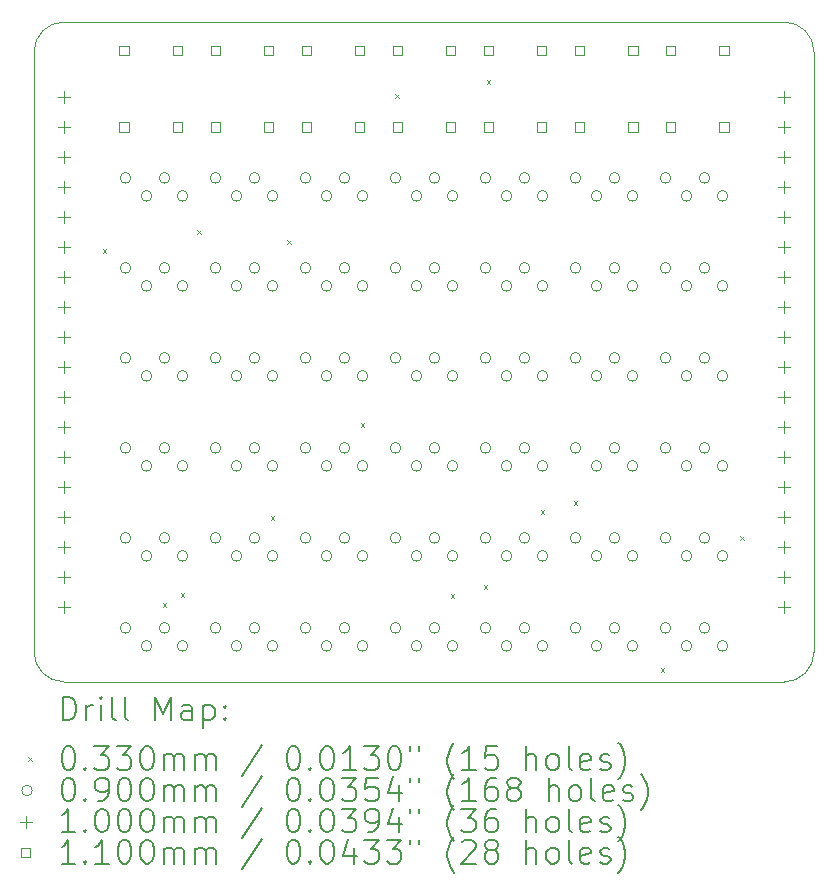
<source format=gbr>
%FSLAX45Y45*%
G04 Gerber Fmt 4.5, Leading zero omitted, Abs format (unit mm)*
G04 Created by KiCad (PCBNEW (5.99.0-9618-g5ca7a2c457)) date 2021-03-10 22:29:11*
%MOMM*%
%LPD*%
G01*
G04 APERTURE LIST*
%TA.AperFunction,Profile*%
%ADD10C,0.100000*%
%TD*%
%ADD11C,0.200000*%
%ADD12C,0.033020*%
%ADD13C,0.090000*%
%ADD14C,0.100000*%
%ADD15C,0.110000*%
G04 APERTURE END LIST*
D10*
X24892000Y-10414000D02*
G75*
G02*
X24638000Y-10668000I-254000J0D01*
G01*
X18542000Y-10668000D02*
G75*
G02*
X18288000Y-10414000I0J254000D01*
G01*
X18288000Y-5334000D02*
G75*
G02*
X18542000Y-5080000I254000J0D01*
G01*
X24892000Y-5334000D02*
G75*
G03*
X24638000Y-5080000I-254000J0D01*
G01*
X18542000Y-10668000D02*
X24638000Y-10668000D01*
X24892000Y-10414000D02*
X24892000Y-5334000D01*
X24638000Y-5080000D02*
X18542000Y-5080000D01*
X18288000Y-5334000D02*
X18288000Y-10414000D01*
D11*
D12*
X18868390Y-7006590D02*
X18901410Y-7039610D01*
X18901410Y-7006590D02*
X18868390Y-7039610D01*
X19376390Y-10003790D02*
X19409410Y-10036810D01*
X19409410Y-10003790D02*
X19376390Y-10036810D01*
X19528790Y-9918060D02*
X19561810Y-9951080D01*
X19561810Y-9918060D02*
X19528790Y-9951080D01*
X19668490Y-6841490D02*
X19701510Y-6874510D01*
X19701510Y-6841490D02*
X19668490Y-6874510D01*
X20290790Y-9267190D02*
X20323810Y-9300210D01*
X20323810Y-9267190D02*
X20290790Y-9300210D01*
X20430490Y-6930390D02*
X20463510Y-6963410D01*
X20463510Y-6930390D02*
X20430490Y-6963410D01*
X21052790Y-8479790D02*
X21085810Y-8512810D01*
X21085810Y-8479790D02*
X21052790Y-8512810D01*
X21344890Y-5688961D02*
X21377910Y-5721981D01*
X21377910Y-5688961D02*
X21344890Y-5721981D01*
X21814790Y-9927590D02*
X21847810Y-9960610D01*
X21847810Y-9927590D02*
X21814790Y-9960610D01*
X22094190Y-9848220D02*
X22127210Y-9881240D01*
X22127210Y-9848220D02*
X22094190Y-9881240D01*
X22119590Y-5571490D02*
X22152610Y-5604510D01*
X22152610Y-5571490D02*
X22119590Y-5604510D01*
X22576790Y-9216390D02*
X22609810Y-9249410D01*
X22609810Y-9216390D02*
X22576790Y-9249410D01*
X22856190Y-9137020D02*
X22889210Y-9170040D01*
X22889210Y-9137020D02*
X22856190Y-9170040D01*
X23592790Y-10549890D02*
X23625810Y-10582910D01*
X23625810Y-10549890D02*
X23592790Y-10582910D01*
X24265890Y-9432290D02*
X24298910Y-9465310D01*
X24298910Y-9432290D02*
X24265890Y-9465310D01*
D13*
X19107700Y-6400800D02*
G75*
G03*
X19107700Y-6400800I-45000J0D01*
G01*
X19107700Y-7162800D02*
G75*
G03*
X19107700Y-7162800I-45000J0D01*
G01*
X19107700Y-7924800D02*
G75*
G03*
X19107700Y-7924800I-45000J0D01*
G01*
X19107700Y-8686800D02*
G75*
G03*
X19107700Y-8686800I-45000J0D01*
G01*
X19107700Y-9448800D02*
G75*
G03*
X19107700Y-9448800I-45000J0D01*
G01*
X19107700Y-10210800D02*
G75*
G03*
X19107700Y-10210800I-45000J0D01*
G01*
X19285500Y-6553200D02*
G75*
G03*
X19285500Y-6553200I-45000J0D01*
G01*
X19285500Y-7315200D02*
G75*
G03*
X19285500Y-7315200I-45000J0D01*
G01*
X19285500Y-8077200D02*
G75*
G03*
X19285500Y-8077200I-45000J0D01*
G01*
X19285500Y-8839200D02*
G75*
G03*
X19285500Y-8839200I-45000J0D01*
G01*
X19285500Y-9601200D02*
G75*
G03*
X19285500Y-9601200I-45000J0D01*
G01*
X19285500Y-10363200D02*
G75*
G03*
X19285500Y-10363200I-45000J0D01*
G01*
X19437900Y-6400800D02*
G75*
G03*
X19437900Y-6400800I-45000J0D01*
G01*
X19437900Y-7162800D02*
G75*
G03*
X19437900Y-7162800I-45000J0D01*
G01*
X19437900Y-7924800D02*
G75*
G03*
X19437900Y-7924800I-45000J0D01*
G01*
X19437900Y-8686800D02*
G75*
G03*
X19437900Y-8686800I-45000J0D01*
G01*
X19437900Y-9448800D02*
G75*
G03*
X19437900Y-9448800I-45000J0D01*
G01*
X19437900Y-10210800D02*
G75*
G03*
X19437900Y-10210800I-45000J0D01*
G01*
X19590300Y-6553200D02*
G75*
G03*
X19590300Y-6553200I-45000J0D01*
G01*
X19590300Y-7315200D02*
G75*
G03*
X19590300Y-7315200I-45000J0D01*
G01*
X19590300Y-8077200D02*
G75*
G03*
X19590300Y-8077200I-45000J0D01*
G01*
X19590300Y-8839200D02*
G75*
G03*
X19590300Y-8839200I-45000J0D01*
G01*
X19590300Y-9601200D02*
G75*
G03*
X19590300Y-9601200I-45000J0D01*
G01*
X19590300Y-10363200D02*
G75*
G03*
X19590300Y-10363200I-45000J0D01*
G01*
X19869700Y-6400800D02*
G75*
G03*
X19869700Y-6400800I-45000J0D01*
G01*
X19869700Y-7162800D02*
G75*
G03*
X19869700Y-7162800I-45000J0D01*
G01*
X19869700Y-7924800D02*
G75*
G03*
X19869700Y-7924800I-45000J0D01*
G01*
X19869700Y-8686800D02*
G75*
G03*
X19869700Y-8686800I-45000J0D01*
G01*
X19869700Y-9448800D02*
G75*
G03*
X19869700Y-9448800I-45000J0D01*
G01*
X19869700Y-10210800D02*
G75*
G03*
X19869700Y-10210800I-45000J0D01*
G01*
X20047500Y-6553200D02*
G75*
G03*
X20047500Y-6553200I-45000J0D01*
G01*
X20047500Y-7315200D02*
G75*
G03*
X20047500Y-7315200I-45000J0D01*
G01*
X20047500Y-8077200D02*
G75*
G03*
X20047500Y-8077200I-45000J0D01*
G01*
X20047500Y-8839200D02*
G75*
G03*
X20047500Y-8839200I-45000J0D01*
G01*
X20047500Y-9601200D02*
G75*
G03*
X20047500Y-9601200I-45000J0D01*
G01*
X20047500Y-10363200D02*
G75*
G03*
X20047500Y-10363200I-45000J0D01*
G01*
X20199900Y-6400800D02*
G75*
G03*
X20199900Y-6400800I-45000J0D01*
G01*
X20199900Y-7162800D02*
G75*
G03*
X20199900Y-7162800I-45000J0D01*
G01*
X20199900Y-7924800D02*
G75*
G03*
X20199900Y-7924800I-45000J0D01*
G01*
X20199900Y-8686800D02*
G75*
G03*
X20199900Y-8686800I-45000J0D01*
G01*
X20199900Y-9448800D02*
G75*
G03*
X20199900Y-9448800I-45000J0D01*
G01*
X20199900Y-10210800D02*
G75*
G03*
X20199900Y-10210800I-45000J0D01*
G01*
X20352300Y-6553200D02*
G75*
G03*
X20352300Y-6553200I-45000J0D01*
G01*
X20352300Y-7315200D02*
G75*
G03*
X20352300Y-7315200I-45000J0D01*
G01*
X20352300Y-8077200D02*
G75*
G03*
X20352300Y-8077200I-45000J0D01*
G01*
X20352300Y-8839200D02*
G75*
G03*
X20352300Y-8839200I-45000J0D01*
G01*
X20352300Y-9601200D02*
G75*
G03*
X20352300Y-9601200I-45000J0D01*
G01*
X20352300Y-10363200D02*
G75*
G03*
X20352300Y-10363200I-45000J0D01*
G01*
X20631700Y-6400800D02*
G75*
G03*
X20631700Y-6400800I-45000J0D01*
G01*
X20631700Y-7162800D02*
G75*
G03*
X20631700Y-7162800I-45000J0D01*
G01*
X20631700Y-7924800D02*
G75*
G03*
X20631700Y-7924800I-45000J0D01*
G01*
X20631700Y-8686800D02*
G75*
G03*
X20631700Y-8686800I-45000J0D01*
G01*
X20631700Y-9448800D02*
G75*
G03*
X20631700Y-9448800I-45000J0D01*
G01*
X20631700Y-10210800D02*
G75*
G03*
X20631700Y-10210800I-45000J0D01*
G01*
X20809500Y-6553200D02*
G75*
G03*
X20809500Y-6553200I-45000J0D01*
G01*
X20809500Y-7315200D02*
G75*
G03*
X20809500Y-7315200I-45000J0D01*
G01*
X20809500Y-8077200D02*
G75*
G03*
X20809500Y-8077200I-45000J0D01*
G01*
X20809500Y-8839200D02*
G75*
G03*
X20809500Y-8839200I-45000J0D01*
G01*
X20809500Y-9601200D02*
G75*
G03*
X20809500Y-9601200I-45000J0D01*
G01*
X20809500Y-10363200D02*
G75*
G03*
X20809500Y-10363200I-45000J0D01*
G01*
X20961900Y-6400800D02*
G75*
G03*
X20961900Y-6400800I-45000J0D01*
G01*
X20961900Y-7162800D02*
G75*
G03*
X20961900Y-7162800I-45000J0D01*
G01*
X20961900Y-7924800D02*
G75*
G03*
X20961900Y-7924800I-45000J0D01*
G01*
X20961900Y-8686800D02*
G75*
G03*
X20961900Y-8686800I-45000J0D01*
G01*
X20961900Y-9448800D02*
G75*
G03*
X20961900Y-9448800I-45000J0D01*
G01*
X20961900Y-10210800D02*
G75*
G03*
X20961900Y-10210800I-45000J0D01*
G01*
X21114300Y-6553200D02*
G75*
G03*
X21114300Y-6553200I-45000J0D01*
G01*
X21114300Y-7315200D02*
G75*
G03*
X21114300Y-7315200I-45000J0D01*
G01*
X21114300Y-8077200D02*
G75*
G03*
X21114300Y-8077200I-45000J0D01*
G01*
X21114300Y-8839200D02*
G75*
G03*
X21114300Y-8839200I-45000J0D01*
G01*
X21114300Y-9601200D02*
G75*
G03*
X21114300Y-9601200I-45000J0D01*
G01*
X21114300Y-10363200D02*
G75*
G03*
X21114300Y-10363200I-45000J0D01*
G01*
X21393700Y-6400800D02*
G75*
G03*
X21393700Y-6400800I-45000J0D01*
G01*
X21393700Y-7162800D02*
G75*
G03*
X21393700Y-7162800I-45000J0D01*
G01*
X21393700Y-7924800D02*
G75*
G03*
X21393700Y-7924800I-45000J0D01*
G01*
X21393700Y-8686800D02*
G75*
G03*
X21393700Y-8686800I-45000J0D01*
G01*
X21393700Y-9448800D02*
G75*
G03*
X21393700Y-9448800I-45000J0D01*
G01*
X21393700Y-10210800D02*
G75*
G03*
X21393700Y-10210800I-45000J0D01*
G01*
X21571500Y-6553200D02*
G75*
G03*
X21571500Y-6553200I-45000J0D01*
G01*
X21571500Y-7315200D02*
G75*
G03*
X21571500Y-7315200I-45000J0D01*
G01*
X21571500Y-8077200D02*
G75*
G03*
X21571500Y-8077200I-45000J0D01*
G01*
X21571500Y-8839200D02*
G75*
G03*
X21571500Y-8839200I-45000J0D01*
G01*
X21571500Y-9601200D02*
G75*
G03*
X21571500Y-9601200I-45000J0D01*
G01*
X21571500Y-10363200D02*
G75*
G03*
X21571500Y-10363200I-45000J0D01*
G01*
X21723900Y-6400800D02*
G75*
G03*
X21723900Y-6400800I-45000J0D01*
G01*
X21723900Y-7162800D02*
G75*
G03*
X21723900Y-7162800I-45000J0D01*
G01*
X21723900Y-7924800D02*
G75*
G03*
X21723900Y-7924800I-45000J0D01*
G01*
X21723900Y-8686800D02*
G75*
G03*
X21723900Y-8686800I-45000J0D01*
G01*
X21723900Y-9448800D02*
G75*
G03*
X21723900Y-9448800I-45000J0D01*
G01*
X21723900Y-10210800D02*
G75*
G03*
X21723900Y-10210800I-45000J0D01*
G01*
X21876300Y-6553200D02*
G75*
G03*
X21876300Y-6553200I-45000J0D01*
G01*
X21876300Y-7315200D02*
G75*
G03*
X21876300Y-7315200I-45000J0D01*
G01*
X21876300Y-8077200D02*
G75*
G03*
X21876300Y-8077200I-45000J0D01*
G01*
X21876300Y-8839200D02*
G75*
G03*
X21876300Y-8839200I-45000J0D01*
G01*
X21876300Y-9601200D02*
G75*
G03*
X21876300Y-9601200I-45000J0D01*
G01*
X21876300Y-10363200D02*
G75*
G03*
X21876300Y-10363200I-45000J0D01*
G01*
X22155700Y-6400800D02*
G75*
G03*
X22155700Y-6400800I-45000J0D01*
G01*
X22155700Y-7162800D02*
G75*
G03*
X22155700Y-7162800I-45000J0D01*
G01*
X22155700Y-7924800D02*
G75*
G03*
X22155700Y-7924800I-45000J0D01*
G01*
X22155700Y-8686800D02*
G75*
G03*
X22155700Y-8686800I-45000J0D01*
G01*
X22155700Y-9448800D02*
G75*
G03*
X22155700Y-9448800I-45000J0D01*
G01*
X22155700Y-10210800D02*
G75*
G03*
X22155700Y-10210800I-45000J0D01*
G01*
X22333500Y-6553200D02*
G75*
G03*
X22333500Y-6553200I-45000J0D01*
G01*
X22333500Y-7315200D02*
G75*
G03*
X22333500Y-7315200I-45000J0D01*
G01*
X22333500Y-8077200D02*
G75*
G03*
X22333500Y-8077200I-45000J0D01*
G01*
X22333500Y-8839200D02*
G75*
G03*
X22333500Y-8839200I-45000J0D01*
G01*
X22333500Y-9601200D02*
G75*
G03*
X22333500Y-9601200I-45000J0D01*
G01*
X22333500Y-10363200D02*
G75*
G03*
X22333500Y-10363200I-45000J0D01*
G01*
X22485900Y-6400800D02*
G75*
G03*
X22485900Y-6400800I-45000J0D01*
G01*
X22485900Y-7162800D02*
G75*
G03*
X22485900Y-7162800I-45000J0D01*
G01*
X22485900Y-7924800D02*
G75*
G03*
X22485900Y-7924800I-45000J0D01*
G01*
X22485900Y-8686800D02*
G75*
G03*
X22485900Y-8686800I-45000J0D01*
G01*
X22485900Y-9448800D02*
G75*
G03*
X22485900Y-9448800I-45000J0D01*
G01*
X22485900Y-10210800D02*
G75*
G03*
X22485900Y-10210800I-45000J0D01*
G01*
X22638300Y-6553200D02*
G75*
G03*
X22638300Y-6553200I-45000J0D01*
G01*
X22638300Y-7315200D02*
G75*
G03*
X22638300Y-7315200I-45000J0D01*
G01*
X22638300Y-8077200D02*
G75*
G03*
X22638300Y-8077200I-45000J0D01*
G01*
X22638300Y-8839200D02*
G75*
G03*
X22638300Y-8839200I-45000J0D01*
G01*
X22638300Y-9601200D02*
G75*
G03*
X22638300Y-9601200I-45000J0D01*
G01*
X22638300Y-10363200D02*
G75*
G03*
X22638300Y-10363200I-45000J0D01*
G01*
X22917700Y-6400800D02*
G75*
G03*
X22917700Y-6400800I-45000J0D01*
G01*
X22917700Y-7162800D02*
G75*
G03*
X22917700Y-7162800I-45000J0D01*
G01*
X22917700Y-7924800D02*
G75*
G03*
X22917700Y-7924800I-45000J0D01*
G01*
X22917700Y-8686800D02*
G75*
G03*
X22917700Y-8686800I-45000J0D01*
G01*
X22917700Y-9448800D02*
G75*
G03*
X22917700Y-9448800I-45000J0D01*
G01*
X22917700Y-10210800D02*
G75*
G03*
X22917700Y-10210800I-45000J0D01*
G01*
X23095500Y-6553200D02*
G75*
G03*
X23095500Y-6553200I-45000J0D01*
G01*
X23095500Y-7315200D02*
G75*
G03*
X23095500Y-7315200I-45000J0D01*
G01*
X23095500Y-8077200D02*
G75*
G03*
X23095500Y-8077200I-45000J0D01*
G01*
X23095500Y-8839200D02*
G75*
G03*
X23095500Y-8839200I-45000J0D01*
G01*
X23095500Y-9601200D02*
G75*
G03*
X23095500Y-9601200I-45000J0D01*
G01*
X23095500Y-10363200D02*
G75*
G03*
X23095500Y-10363200I-45000J0D01*
G01*
X23247900Y-6400800D02*
G75*
G03*
X23247900Y-6400800I-45000J0D01*
G01*
X23247900Y-7162800D02*
G75*
G03*
X23247900Y-7162800I-45000J0D01*
G01*
X23247900Y-7924800D02*
G75*
G03*
X23247900Y-7924800I-45000J0D01*
G01*
X23247900Y-8686800D02*
G75*
G03*
X23247900Y-8686800I-45000J0D01*
G01*
X23247900Y-9448800D02*
G75*
G03*
X23247900Y-9448800I-45000J0D01*
G01*
X23247900Y-10210800D02*
G75*
G03*
X23247900Y-10210800I-45000J0D01*
G01*
X23400300Y-6553200D02*
G75*
G03*
X23400300Y-6553200I-45000J0D01*
G01*
X23400300Y-7315200D02*
G75*
G03*
X23400300Y-7315200I-45000J0D01*
G01*
X23400300Y-8077200D02*
G75*
G03*
X23400300Y-8077200I-45000J0D01*
G01*
X23400300Y-8839200D02*
G75*
G03*
X23400300Y-8839200I-45000J0D01*
G01*
X23400300Y-9601200D02*
G75*
G03*
X23400300Y-9601200I-45000J0D01*
G01*
X23400300Y-10363200D02*
G75*
G03*
X23400300Y-10363200I-45000J0D01*
G01*
X23679700Y-6400800D02*
G75*
G03*
X23679700Y-6400800I-45000J0D01*
G01*
X23679700Y-7162800D02*
G75*
G03*
X23679700Y-7162800I-45000J0D01*
G01*
X23679700Y-7924800D02*
G75*
G03*
X23679700Y-7924800I-45000J0D01*
G01*
X23679700Y-8686800D02*
G75*
G03*
X23679700Y-8686800I-45000J0D01*
G01*
X23679700Y-9448800D02*
G75*
G03*
X23679700Y-9448800I-45000J0D01*
G01*
X23679700Y-10210800D02*
G75*
G03*
X23679700Y-10210800I-45000J0D01*
G01*
X23857500Y-6553200D02*
G75*
G03*
X23857500Y-6553200I-45000J0D01*
G01*
X23857500Y-7315200D02*
G75*
G03*
X23857500Y-7315200I-45000J0D01*
G01*
X23857500Y-8077200D02*
G75*
G03*
X23857500Y-8077200I-45000J0D01*
G01*
X23857500Y-8839200D02*
G75*
G03*
X23857500Y-8839200I-45000J0D01*
G01*
X23857500Y-9601200D02*
G75*
G03*
X23857500Y-9601200I-45000J0D01*
G01*
X23857500Y-10363200D02*
G75*
G03*
X23857500Y-10363200I-45000J0D01*
G01*
X24009900Y-6400800D02*
G75*
G03*
X24009900Y-6400800I-45000J0D01*
G01*
X24009900Y-7162800D02*
G75*
G03*
X24009900Y-7162800I-45000J0D01*
G01*
X24009900Y-7924800D02*
G75*
G03*
X24009900Y-7924800I-45000J0D01*
G01*
X24009900Y-8686800D02*
G75*
G03*
X24009900Y-8686800I-45000J0D01*
G01*
X24009900Y-9448800D02*
G75*
G03*
X24009900Y-9448800I-45000J0D01*
G01*
X24009900Y-10210800D02*
G75*
G03*
X24009900Y-10210800I-45000J0D01*
G01*
X24162300Y-6553200D02*
G75*
G03*
X24162300Y-6553200I-45000J0D01*
G01*
X24162300Y-7315200D02*
G75*
G03*
X24162300Y-7315200I-45000J0D01*
G01*
X24162300Y-8077200D02*
G75*
G03*
X24162300Y-8077200I-45000J0D01*
G01*
X24162300Y-8839200D02*
G75*
G03*
X24162300Y-8839200I-45000J0D01*
G01*
X24162300Y-9601200D02*
G75*
G03*
X24162300Y-9601200I-45000J0D01*
G01*
X24162300Y-10363200D02*
G75*
G03*
X24162300Y-10363200I-45000J0D01*
G01*
D14*
X18542000Y-5665000D02*
X18542000Y-5765000D01*
X18492000Y-5715000D02*
X18592000Y-5715000D01*
X18542000Y-5919000D02*
X18542000Y-6019000D01*
X18492000Y-5969000D02*
X18592000Y-5969000D01*
X18542000Y-6173000D02*
X18542000Y-6273000D01*
X18492000Y-6223000D02*
X18592000Y-6223000D01*
X18542000Y-6427000D02*
X18542000Y-6527000D01*
X18492000Y-6477000D02*
X18592000Y-6477000D01*
X18542000Y-6681000D02*
X18542000Y-6781000D01*
X18492000Y-6731000D02*
X18592000Y-6731000D01*
X18542000Y-6935000D02*
X18542000Y-7035000D01*
X18492000Y-6985000D02*
X18592000Y-6985000D01*
X18542000Y-7189000D02*
X18542000Y-7289000D01*
X18492000Y-7239000D02*
X18592000Y-7239000D01*
X18542000Y-7443000D02*
X18542000Y-7543000D01*
X18492000Y-7493000D02*
X18592000Y-7493000D01*
X18542000Y-7697000D02*
X18542000Y-7797000D01*
X18492000Y-7747000D02*
X18592000Y-7747000D01*
X18542000Y-7951000D02*
X18542000Y-8051000D01*
X18492000Y-8001000D02*
X18592000Y-8001000D01*
X18542000Y-8205000D02*
X18542000Y-8305000D01*
X18492000Y-8255000D02*
X18592000Y-8255000D01*
X18542000Y-8459000D02*
X18542000Y-8559000D01*
X18492000Y-8509000D02*
X18592000Y-8509000D01*
X18542000Y-8713000D02*
X18542000Y-8813000D01*
X18492000Y-8763000D02*
X18592000Y-8763000D01*
X18542000Y-8967000D02*
X18542000Y-9067000D01*
X18492000Y-9017000D02*
X18592000Y-9017000D01*
X18542000Y-9221000D02*
X18542000Y-9321000D01*
X18492000Y-9271000D02*
X18592000Y-9271000D01*
X18542000Y-9475000D02*
X18542000Y-9575000D01*
X18492000Y-9525000D02*
X18592000Y-9525000D01*
X18542000Y-9729000D02*
X18542000Y-9829000D01*
X18492000Y-9779000D02*
X18592000Y-9779000D01*
X18542000Y-9983000D02*
X18542000Y-10083000D01*
X18492000Y-10033000D02*
X18592000Y-10033000D01*
X24638000Y-5665000D02*
X24638000Y-5765000D01*
X24588000Y-5715000D02*
X24688000Y-5715000D01*
X24638000Y-5919000D02*
X24638000Y-6019000D01*
X24588000Y-5969000D02*
X24688000Y-5969000D01*
X24638000Y-6173000D02*
X24638000Y-6273000D01*
X24588000Y-6223000D02*
X24688000Y-6223000D01*
X24638000Y-6427000D02*
X24638000Y-6527000D01*
X24588000Y-6477000D02*
X24688000Y-6477000D01*
X24638000Y-6681000D02*
X24638000Y-6781000D01*
X24588000Y-6731000D02*
X24688000Y-6731000D01*
X24638000Y-6935000D02*
X24638000Y-7035000D01*
X24588000Y-6985000D02*
X24688000Y-6985000D01*
X24638000Y-7189000D02*
X24638000Y-7289000D01*
X24588000Y-7239000D02*
X24688000Y-7239000D01*
X24638000Y-7443000D02*
X24638000Y-7543000D01*
X24588000Y-7493000D02*
X24688000Y-7493000D01*
X24638000Y-7697000D02*
X24638000Y-7797000D01*
X24588000Y-7747000D02*
X24688000Y-7747000D01*
X24638000Y-7951000D02*
X24638000Y-8051000D01*
X24588000Y-8001000D02*
X24688000Y-8001000D01*
X24638000Y-8205000D02*
X24638000Y-8305000D01*
X24588000Y-8255000D02*
X24688000Y-8255000D01*
X24638000Y-8459000D02*
X24638000Y-8559000D01*
X24588000Y-8509000D02*
X24688000Y-8509000D01*
X24638000Y-8713000D02*
X24638000Y-8813000D01*
X24588000Y-8763000D02*
X24688000Y-8763000D01*
X24638000Y-8967000D02*
X24638000Y-9067000D01*
X24588000Y-9017000D02*
X24688000Y-9017000D01*
X24638000Y-9221000D02*
X24638000Y-9321000D01*
X24588000Y-9271000D02*
X24688000Y-9271000D01*
X24638000Y-9475000D02*
X24638000Y-9575000D01*
X24588000Y-9525000D02*
X24688000Y-9525000D01*
X24638000Y-9729000D02*
X24638000Y-9829000D01*
X24588000Y-9779000D02*
X24688000Y-9779000D01*
X24638000Y-9983000D02*
X24638000Y-10083000D01*
X24588000Y-10033000D02*
X24688000Y-10033000D01*
D15*
X19088891Y-5357891D02*
X19088891Y-5280109D01*
X19011109Y-5280109D01*
X19011109Y-5357891D01*
X19088891Y-5357891D01*
X19088891Y-6007891D02*
X19088891Y-5930109D01*
X19011109Y-5930109D01*
X19011109Y-6007891D01*
X19088891Y-6007891D01*
X19538891Y-5357891D02*
X19538891Y-5280109D01*
X19461109Y-5280109D01*
X19461109Y-5357891D01*
X19538891Y-5357891D01*
X19538891Y-6007891D02*
X19538891Y-5930109D01*
X19461109Y-5930109D01*
X19461109Y-6007891D01*
X19538891Y-6007891D01*
X19860558Y-5357891D02*
X19860558Y-5280109D01*
X19782775Y-5280109D01*
X19782775Y-5357891D01*
X19860558Y-5357891D01*
X19860558Y-6007891D02*
X19860558Y-5930109D01*
X19782775Y-5930109D01*
X19782775Y-6007891D01*
X19860558Y-6007891D01*
X20310558Y-5357891D02*
X20310558Y-5280109D01*
X20232775Y-5280109D01*
X20232775Y-5357891D01*
X20310558Y-5357891D01*
X20310558Y-6007891D02*
X20310558Y-5930109D01*
X20232775Y-5930109D01*
X20232775Y-6007891D01*
X20310558Y-6007891D01*
X20632224Y-5357891D02*
X20632224Y-5280109D01*
X20554442Y-5280109D01*
X20554442Y-5357891D01*
X20632224Y-5357891D01*
X20632224Y-6007891D02*
X20632224Y-5930109D01*
X20554442Y-5930109D01*
X20554442Y-6007891D01*
X20632224Y-6007891D01*
X21082224Y-5357891D02*
X21082224Y-5280109D01*
X21004442Y-5280109D01*
X21004442Y-5357891D01*
X21082224Y-5357891D01*
X21082224Y-6007891D02*
X21082224Y-5930109D01*
X21004442Y-5930109D01*
X21004442Y-6007891D01*
X21082224Y-6007891D01*
X21403891Y-5357891D02*
X21403891Y-5280109D01*
X21326109Y-5280109D01*
X21326109Y-5357891D01*
X21403891Y-5357891D01*
X21403891Y-6007891D02*
X21403891Y-5930109D01*
X21326109Y-5930109D01*
X21326109Y-6007891D01*
X21403891Y-6007891D01*
X21853891Y-5357891D02*
X21853891Y-5280109D01*
X21776109Y-5280109D01*
X21776109Y-5357891D01*
X21853891Y-5357891D01*
X21853891Y-6007891D02*
X21853891Y-5930109D01*
X21776109Y-5930109D01*
X21776109Y-6007891D01*
X21853891Y-6007891D01*
X22175558Y-5357891D02*
X22175558Y-5280109D01*
X22097775Y-5280109D01*
X22097775Y-5357891D01*
X22175558Y-5357891D01*
X22175558Y-6007891D02*
X22175558Y-5930109D01*
X22097775Y-5930109D01*
X22097775Y-6007891D01*
X22175558Y-6007891D01*
X22625558Y-5357891D02*
X22625558Y-5280109D01*
X22547775Y-5280109D01*
X22547775Y-5357891D01*
X22625558Y-5357891D01*
X22625558Y-6007891D02*
X22625558Y-5930109D01*
X22547775Y-5930109D01*
X22547775Y-6007891D01*
X22625558Y-6007891D01*
X22947224Y-5357891D02*
X22947224Y-5280109D01*
X22869442Y-5280109D01*
X22869442Y-5357891D01*
X22947224Y-5357891D01*
X22947224Y-6007891D02*
X22947224Y-5930109D01*
X22869442Y-5930109D01*
X22869442Y-6007891D01*
X22947224Y-6007891D01*
X23397224Y-5357891D02*
X23397224Y-5280109D01*
X23319442Y-5280109D01*
X23319442Y-5357891D01*
X23397224Y-5357891D01*
X23397224Y-6007891D02*
X23397224Y-5930109D01*
X23319442Y-5930109D01*
X23319442Y-6007891D01*
X23397224Y-6007891D01*
X23718891Y-5357891D02*
X23718891Y-5280109D01*
X23641109Y-5280109D01*
X23641109Y-5357891D01*
X23718891Y-5357891D01*
X23718891Y-6007891D02*
X23718891Y-5930109D01*
X23641109Y-5930109D01*
X23641109Y-6007891D01*
X23718891Y-6007891D01*
X24168891Y-5357891D02*
X24168891Y-5280109D01*
X24091109Y-5280109D01*
X24091109Y-5357891D01*
X24168891Y-5357891D01*
X24168891Y-6007891D02*
X24168891Y-5930109D01*
X24091109Y-5930109D01*
X24091109Y-6007891D01*
X24168891Y-6007891D01*
D11*
X18530619Y-10993476D02*
X18530619Y-10793476D01*
X18578238Y-10793476D01*
X18606810Y-10803000D01*
X18625857Y-10822048D01*
X18635381Y-10841095D01*
X18644905Y-10879190D01*
X18644905Y-10907762D01*
X18635381Y-10945857D01*
X18625857Y-10964905D01*
X18606810Y-10983952D01*
X18578238Y-10993476D01*
X18530619Y-10993476D01*
X18730619Y-10993476D02*
X18730619Y-10860143D01*
X18730619Y-10898238D02*
X18740143Y-10879190D01*
X18749667Y-10869667D01*
X18768714Y-10860143D01*
X18787762Y-10860143D01*
X18854429Y-10993476D02*
X18854429Y-10860143D01*
X18854429Y-10793476D02*
X18844905Y-10803000D01*
X18854429Y-10812524D01*
X18863952Y-10803000D01*
X18854429Y-10793476D01*
X18854429Y-10812524D01*
X18978238Y-10993476D02*
X18959190Y-10983952D01*
X18949667Y-10964905D01*
X18949667Y-10793476D01*
X19083000Y-10993476D02*
X19063952Y-10983952D01*
X19054429Y-10964905D01*
X19054429Y-10793476D01*
X19311571Y-10993476D02*
X19311571Y-10793476D01*
X19378238Y-10936333D01*
X19444905Y-10793476D01*
X19444905Y-10993476D01*
X19625857Y-10993476D02*
X19625857Y-10888714D01*
X19616333Y-10869667D01*
X19597286Y-10860143D01*
X19559190Y-10860143D01*
X19540143Y-10869667D01*
X19625857Y-10983952D02*
X19606810Y-10993476D01*
X19559190Y-10993476D01*
X19540143Y-10983952D01*
X19530619Y-10964905D01*
X19530619Y-10945857D01*
X19540143Y-10926810D01*
X19559190Y-10917286D01*
X19606810Y-10917286D01*
X19625857Y-10907762D01*
X19721095Y-10860143D02*
X19721095Y-11060143D01*
X19721095Y-10869667D02*
X19740143Y-10860143D01*
X19778238Y-10860143D01*
X19797286Y-10869667D01*
X19806810Y-10879190D01*
X19816333Y-10898238D01*
X19816333Y-10955381D01*
X19806810Y-10974429D01*
X19797286Y-10983952D01*
X19778238Y-10993476D01*
X19740143Y-10993476D01*
X19721095Y-10983952D01*
X19902048Y-10974429D02*
X19911571Y-10983952D01*
X19902048Y-10993476D01*
X19892524Y-10983952D01*
X19902048Y-10974429D01*
X19902048Y-10993476D01*
X19902048Y-10869667D02*
X19911571Y-10879190D01*
X19902048Y-10888714D01*
X19892524Y-10879190D01*
X19902048Y-10869667D01*
X19902048Y-10888714D01*
D12*
X18239980Y-11306490D02*
X18273000Y-11339510D01*
X18273000Y-11306490D02*
X18239980Y-11339510D01*
D11*
X18568714Y-11213476D02*
X18587762Y-11213476D01*
X18606810Y-11223000D01*
X18616333Y-11232524D01*
X18625857Y-11251571D01*
X18635381Y-11289667D01*
X18635381Y-11337286D01*
X18625857Y-11375381D01*
X18616333Y-11394428D01*
X18606810Y-11403952D01*
X18587762Y-11413476D01*
X18568714Y-11413476D01*
X18549667Y-11403952D01*
X18540143Y-11394428D01*
X18530619Y-11375381D01*
X18521095Y-11337286D01*
X18521095Y-11289667D01*
X18530619Y-11251571D01*
X18540143Y-11232524D01*
X18549667Y-11223000D01*
X18568714Y-11213476D01*
X18721095Y-11394428D02*
X18730619Y-11403952D01*
X18721095Y-11413476D01*
X18711571Y-11403952D01*
X18721095Y-11394428D01*
X18721095Y-11413476D01*
X18797286Y-11213476D02*
X18921095Y-11213476D01*
X18854429Y-11289667D01*
X18883000Y-11289667D01*
X18902048Y-11299190D01*
X18911571Y-11308714D01*
X18921095Y-11327762D01*
X18921095Y-11375381D01*
X18911571Y-11394428D01*
X18902048Y-11403952D01*
X18883000Y-11413476D01*
X18825857Y-11413476D01*
X18806810Y-11403952D01*
X18797286Y-11394428D01*
X18987762Y-11213476D02*
X19111571Y-11213476D01*
X19044905Y-11289667D01*
X19073476Y-11289667D01*
X19092524Y-11299190D01*
X19102048Y-11308714D01*
X19111571Y-11327762D01*
X19111571Y-11375381D01*
X19102048Y-11394428D01*
X19092524Y-11403952D01*
X19073476Y-11413476D01*
X19016333Y-11413476D01*
X18997286Y-11403952D01*
X18987762Y-11394428D01*
X19235381Y-11213476D02*
X19254429Y-11213476D01*
X19273476Y-11223000D01*
X19283000Y-11232524D01*
X19292524Y-11251571D01*
X19302048Y-11289667D01*
X19302048Y-11337286D01*
X19292524Y-11375381D01*
X19283000Y-11394428D01*
X19273476Y-11403952D01*
X19254429Y-11413476D01*
X19235381Y-11413476D01*
X19216333Y-11403952D01*
X19206810Y-11394428D01*
X19197286Y-11375381D01*
X19187762Y-11337286D01*
X19187762Y-11289667D01*
X19197286Y-11251571D01*
X19206810Y-11232524D01*
X19216333Y-11223000D01*
X19235381Y-11213476D01*
X19387762Y-11413476D02*
X19387762Y-11280143D01*
X19387762Y-11299190D02*
X19397286Y-11289667D01*
X19416333Y-11280143D01*
X19444905Y-11280143D01*
X19463952Y-11289667D01*
X19473476Y-11308714D01*
X19473476Y-11413476D01*
X19473476Y-11308714D02*
X19483000Y-11289667D01*
X19502048Y-11280143D01*
X19530619Y-11280143D01*
X19549667Y-11289667D01*
X19559190Y-11308714D01*
X19559190Y-11413476D01*
X19654429Y-11413476D02*
X19654429Y-11280143D01*
X19654429Y-11299190D02*
X19663952Y-11289667D01*
X19683000Y-11280143D01*
X19711571Y-11280143D01*
X19730619Y-11289667D01*
X19740143Y-11308714D01*
X19740143Y-11413476D01*
X19740143Y-11308714D02*
X19749667Y-11289667D01*
X19768714Y-11280143D01*
X19797286Y-11280143D01*
X19816333Y-11289667D01*
X19825857Y-11308714D01*
X19825857Y-11413476D01*
X20216333Y-11203952D02*
X20044905Y-11461095D01*
X20473476Y-11213476D02*
X20492524Y-11213476D01*
X20511571Y-11223000D01*
X20521095Y-11232524D01*
X20530619Y-11251571D01*
X20540143Y-11289667D01*
X20540143Y-11337286D01*
X20530619Y-11375381D01*
X20521095Y-11394428D01*
X20511571Y-11403952D01*
X20492524Y-11413476D01*
X20473476Y-11413476D01*
X20454429Y-11403952D01*
X20444905Y-11394428D01*
X20435381Y-11375381D01*
X20425857Y-11337286D01*
X20425857Y-11289667D01*
X20435381Y-11251571D01*
X20444905Y-11232524D01*
X20454429Y-11223000D01*
X20473476Y-11213476D01*
X20625857Y-11394428D02*
X20635381Y-11403952D01*
X20625857Y-11413476D01*
X20616333Y-11403952D01*
X20625857Y-11394428D01*
X20625857Y-11413476D01*
X20759190Y-11213476D02*
X20778238Y-11213476D01*
X20797286Y-11223000D01*
X20806810Y-11232524D01*
X20816333Y-11251571D01*
X20825857Y-11289667D01*
X20825857Y-11337286D01*
X20816333Y-11375381D01*
X20806810Y-11394428D01*
X20797286Y-11403952D01*
X20778238Y-11413476D01*
X20759190Y-11413476D01*
X20740143Y-11403952D01*
X20730619Y-11394428D01*
X20721095Y-11375381D01*
X20711571Y-11337286D01*
X20711571Y-11289667D01*
X20721095Y-11251571D01*
X20730619Y-11232524D01*
X20740143Y-11223000D01*
X20759190Y-11213476D01*
X21016333Y-11413476D02*
X20902048Y-11413476D01*
X20959190Y-11413476D02*
X20959190Y-11213476D01*
X20940143Y-11242048D01*
X20921095Y-11261095D01*
X20902048Y-11270619D01*
X21083000Y-11213476D02*
X21206810Y-11213476D01*
X21140143Y-11289667D01*
X21168714Y-11289667D01*
X21187762Y-11299190D01*
X21197286Y-11308714D01*
X21206810Y-11327762D01*
X21206810Y-11375381D01*
X21197286Y-11394428D01*
X21187762Y-11403952D01*
X21168714Y-11413476D01*
X21111571Y-11413476D01*
X21092524Y-11403952D01*
X21083000Y-11394428D01*
X21330619Y-11213476D02*
X21349667Y-11213476D01*
X21368714Y-11223000D01*
X21378238Y-11232524D01*
X21387762Y-11251571D01*
X21397286Y-11289667D01*
X21397286Y-11337286D01*
X21387762Y-11375381D01*
X21378238Y-11394428D01*
X21368714Y-11403952D01*
X21349667Y-11413476D01*
X21330619Y-11413476D01*
X21311571Y-11403952D01*
X21302048Y-11394428D01*
X21292524Y-11375381D01*
X21283000Y-11337286D01*
X21283000Y-11289667D01*
X21292524Y-11251571D01*
X21302048Y-11232524D01*
X21311571Y-11223000D01*
X21330619Y-11213476D01*
X21473476Y-11213476D02*
X21473476Y-11251571D01*
X21549667Y-11213476D02*
X21549667Y-11251571D01*
X21844905Y-11489667D02*
X21835381Y-11480143D01*
X21816333Y-11451571D01*
X21806810Y-11432524D01*
X21797286Y-11403952D01*
X21787762Y-11356333D01*
X21787762Y-11318238D01*
X21797286Y-11270619D01*
X21806810Y-11242048D01*
X21816333Y-11223000D01*
X21835381Y-11194428D01*
X21844905Y-11184905D01*
X22025857Y-11413476D02*
X21911571Y-11413476D01*
X21968714Y-11413476D02*
X21968714Y-11213476D01*
X21949667Y-11242048D01*
X21930619Y-11261095D01*
X21911571Y-11270619D01*
X22206810Y-11213476D02*
X22111571Y-11213476D01*
X22102048Y-11308714D01*
X22111571Y-11299190D01*
X22130619Y-11289667D01*
X22178238Y-11289667D01*
X22197286Y-11299190D01*
X22206810Y-11308714D01*
X22216333Y-11327762D01*
X22216333Y-11375381D01*
X22206810Y-11394428D01*
X22197286Y-11403952D01*
X22178238Y-11413476D01*
X22130619Y-11413476D01*
X22111571Y-11403952D01*
X22102048Y-11394428D01*
X22454428Y-11413476D02*
X22454428Y-11213476D01*
X22540143Y-11413476D02*
X22540143Y-11308714D01*
X22530619Y-11289667D01*
X22511571Y-11280143D01*
X22483000Y-11280143D01*
X22463952Y-11289667D01*
X22454428Y-11299190D01*
X22663952Y-11413476D02*
X22644905Y-11403952D01*
X22635381Y-11394428D01*
X22625857Y-11375381D01*
X22625857Y-11318238D01*
X22635381Y-11299190D01*
X22644905Y-11289667D01*
X22663952Y-11280143D01*
X22692524Y-11280143D01*
X22711571Y-11289667D01*
X22721095Y-11299190D01*
X22730619Y-11318238D01*
X22730619Y-11375381D01*
X22721095Y-11394428D01*
X22711571Y-11403952D01*
X22692524Y-11413476D01*
X22663952Y-11413476D01*
X22844905Y-11413476D02*
X22825857Y-11403952D01*
X22816333Y-11384905D01*
X22816333Y-11213476D01*
X22997286Y-11403952D02*
X22978238Y-11413476D01*
X22940143Y-11413476D01*
X22921095Y-11403952D01*
X22911571Y-11384905D01*
X22911571Y-11308714D01*
X22921095Y-11289667D01*
X22940143Y-11280143D01*
X22978238Y-11280143D01*
X22997286Y-11289667D01*
X23006809Y-11308714D01*
X23006809Y-11327762D01*
X22911571Y-11346809D01*
X23083000Y-11403952D02*
X23102048Y-11413476D01*
X23140143Y-11413476D01*
X23159190Y-11403952D01*
X23168714Y-11384905D01*
X23168714Y-11375381D01*
X23159190Y-11356333D01*
X23140143Y-11346809D01*
X23111571Y-11346809D01*
X23092524Y-11337286D01*
X23083000Y-11318238D01*
X23083000Y-11308714D01*
X23092524Y-11289667D01*
X23111571Y-11280143D01*
X23140143Y-11280143D01*
X23159190Y-11289667D01*
X23235381Y-11489667D02*
X23244905Y-11480143D01*
X23263952Y-11451571D01*
X23273476Y-11432524D01*
X23283000Y-11403952D01*
X23292524Y-11356333D01*
X23292524Y-11318238D01*
X23283000Y-11270619D01*
X23273476Y-11242048D01*
X23263952Y-11223000D01*
X23244905Y-11194428D01*
X23235381Y-11184905D01*
D13*
X18273000Y-11587000D02*
G75*
G03*
X18273000Y-11587000I-45000J0D01*
G01*
D11*
X18568714Y-11477476D02*
X18587762Y-11477476D01*
X18606810Y-11487000D01*
X18616333Y-11496524D01*
X18625857Y-11515571D01*
X18635381Y-11553667D01*
X18635381Y-11601286D01*
X18625857Y-11639381D01*
X18616333Y-11658428D01*
X18606810Y-11667952D01*
X18587762Y-11677476D01*
X18568714Y-11677476D01*
X18549667Y-11667952D01*
X18540143Y-11658428D01*
X18530619Y-11639381D01*
X18521095Y-11601286D01*
X18521095Y-11553667D01*
X18530619Y-11515571D01*
X18540143Y-11496524D01*
X18549667Y-11487000D01*
X18568714Y-11477476D01*
X18721095Y-11658428D02*
X18730619Y-11667952D01*
X18721095Y-11677476D01*
X18711571Y-11667952D01*
X18721095Y-11658428D01*
X18721095Y-11677476D01*
X18825857Y-11677476D02*
X18863952Y-11677476D01*
X18883000Y-11667952D01*
X18892524Y-11658428D01*
X18911571Y-11629857D01*
X18921095Y-11591762D01*
X18921095Y-11515571D01*
X18911571Y-11496524D01*
X18902048Y-11487000D01*
X18883000Y-11477476D01*
X18844905Y-11477476D01*
X18825857Y-11487000D01*
X18816333Y-11496524D01*
X18806810Y-11515571D01*
X18806810Y-11563190D01*
X18816333Y-11582238D01*
X18825857Y-11591762D01*
X18844905Y-11601286D01*
X18883000Y-11601286D01*
X18902048Y-11591762D01*
X18911571Y-11582238D01*
X18921095Y-11563190D01*
X19044905Y-11477476D02*
X19063952Y-11477476D01*
X19083000Y-11487000D01*
X19092524Y-11496524D01*
X19102048Y-11515571D01*
X19111571Y-11553667D01*
X19111571Y-11601286D01*
X19102048Y-11639381D01*
X19092524Y-11658428D01*
X19083000Y-11667952D01*
X19063952Y-11677476D01*
X19044905Y-11677476D01*
X19025857Y-11667952D01*
X19016333Y-11658428D01*
X19006810Y-11639381D01*
X18997286Y-11601286D01*
X18997286Y-11553667D01*
X19006810Y-11515571D01*
X19016333Y-11496524D01*
X19025857Y-11487000D01*
X19044905Y-11477476D01*
X19235381Y-11477476D02*
X19254429Y-11477476D01*
X19273476Y-11487000D01*
X19283000Y-11496524D01*
X19292524Y-11515571D01*
X19302048Y-11553667D01*
X19302048Y-11601286D01*
X19292524Y-11639381D01*
X19283000Y-11658428D01*
X19273476Y-11667952D01*
X19254429Y-11677476D01*
X19235381Y-11677476D01*
X19216333Y-11667952D01*
X19206810Y-11658428D01*
X19197286Y-11639381D01*
X19187762Y-11601286D01*
X19187762Y-11553667D01*
X19197286Y-11515571D01*
X19206810Y-11496524D01*
X19216333Y-11487000D01*
X19235381Y-11477476D01*
X19387762Y-11677476D02*
X19387762Y-11544143D01*
X19387762Y-11563190D02*
X19397286Y-11553667D01*
X19416333Y-11544143D01*
X19444905Y-11544143D01*
X19463952Y-11553667D01*
X19473476Y-11572714D01*
X19473476Y-11677476D01*
X19473476Y-11572714D02*
X19483000Y-11553667D01*
X19502048Y-11544143D01*
X19530619Y-11544143D01*
X19549667Y-11553667D01*
X19559190Y-11572714D01*
X19559190Y-11677476D01*
X19654429Y-11677476D02*
X19654429Y-11544143D01*
X19654429Y-11563190D02*
X19663952Y-11553667D01*
X19683000Y-11544143D01*
X19711571Y-11544143D01*
X19730619Y-11553667D01*
X19740143Y-11572714D01*
X19740143Y-11677476D01*
X19740143Y-11572714D02*
X19749667Y-11553667D01*
X19768714Y-11544143D01*
X19797286Y-11544143D01*
X19816333Y-11553667D01*
X19825857Y-11572714D01*
X19825857Y-11677476D01*
X20216333Y-11467952D02*
X20044905Y-11725095D01*
X20473476Y-11477476D02*
X20492524Y-11477476D01*
X20511571Y-11487000D01*
X20521095Y-11496524D01*
X20530619Y-11515571D01*
X20540143Y-11553667D01*
X20540143Y-11601286D01*
X20530619Y-11639381D01*
X20521095Y-11658428D01*
X20511571Y-11667952D01*
X20492524Y-11677476D01*
X20473476Y-11677476D01*
X20454429Y-11667952D01*
X20444905Y-11658428D01*
X20435381Y-11639381D01*
X20425857Y-11601286D01*
X20425857Y-11553667D01*
X20435381Y-11515571D01*
X20444905Y-11496524D01*
X20454429Y-11487000D01*
X20473476Y-11477476D01*
X20625857Y-11658428D02*
X20635381Y-11667952D01*
X20625857Y-11677476D01*
X20616333Y-11667952D01*
X20625857Y-11658428D01*
X20625857Y-11677476D01*
X20759190Y-11477476D02*
X20778238Y-11477476D01*
X20797286Y-11487000D01*
X20806810Y-11496524D01*
X20816333Y-11515571D01*
X20825857Y-11553667D01*
X20825857Y-11601286D01*
X20816333Y-11639381D01*
X20806810Y-11658428D01*
X20797286Y-11667952D01*
X20778238Y-11677476D01*
X20759190Y-11677476D01*
X20740143Y-11667952D01*
X20730619Y-11658428D01*
X20721095Y-11639381D01*
X20711571Y-11601286D01*
X20711571Y-11553667D01*
X20721095Y-11515571D01*
X20730619Y-11496524D01*
X20740143Y-11487000D01*
X20759190Y-11477476D01*
X20892524Y-11477476D02*
X21016333Y-11477476D01*
X20949667Y-11553667D01*
X20978238Y-11553667D01*
X20997286Y-11563190D01*
X21006810Y-11572714D01*
X21016333Y-11591762D01*
X21016333Y-11639381D01*
X21006810Y-11658428D01*
X20997286Y-11667952D01*
X20978238Y-11677476D01*
X20921095Y-11677476D01*
X20902048Y-11667952D01*
X20892524Y-11658428D01*
X21197286Y-11477476D02*
X21102048Y-11477476D01*
X21092524Y-11572714D01*
X21102048Y-11563190D01*
X21121095Y-11553667D01*
X21168714Y-11553667D01*
X21187762Y-11563190D01*
X21197286Y-11572714D01*
X21206810Y-11591762D01*
X21206810Y-11639381D01*
X21197286Y-11658428D01*
X21187762Y-11667952D01*
X21168714Y-11677476D01*
X21121095Y-11677476D01*
X21102048Y-11667952D01*
X21092524Y-11658428D01*
X21378238Y-11544143D02*
X21378238Y-11677476D01*
X21330619Y-11467952D02*
X21283000Y-11610809D01*
X21406810Y-11610809D01*
X21473476Y-11477476D02*
X21473476Y-11515571D01*
X21549667Y-11477476D02*
X21549667Y-11515571D01*
X21844905Y-11753667D02*
X21835381Y-11744143D01*
X21816333Y-11715571D01*
X21806810Y-11696524D01*
X21797286Y-11667952D01*
X21787762Y-11620333D01*
X21787762Y-11582238D01*
X21797286Y-11534619D01*
X21806810Y-11506048D01*
X21816333Y-11487000D01*
X21835381Y-11458428D01*
X21844905Y-11448905D01*
X22025857Y-11677476D02*
X21911571Y-11677476D01*
X21968714Y-11677476D02*
X21968714Y-11477476D01*
X21949667Y-11506048D01*
X21930619Y-11525095D01*
X21911571Y-11534619D01*
X22197286Y-11477476D02*
X22159190Y-11477476D01*
X22140143Y-11487000D01*
X22130619Y-11496524D01*
X22111571Y-11525095D01*
X22102048Y-11563190D01*
X22102048Y-11639381D01*
X22111571Y-11658428D01*
X22121095Y-11667952D01*
X22140143Y-11677476D01*
X22178238Y-11677476D01*
X22197286Y-11667952D01*
X22206810Y-11658428D01*
X22216333Y-11639381D01*
X22216333Y-11591762D01*
X22206810Y-11572714D01*
X22197286Y-11563190D01*
X22178238Y-11553667D01*
X22140143Y-11553667D01*
X22121095Y-11563190D01*
X22111571Y-11572714D01*
X22102048Y-11591762D01*
X22330619Y-11563190D02*
X22311571Y-11553667D01*
X22302048Y-11544143D01*
X22292524Y-11525095D01*
X22292524Y-11515571D01*
X22302048Y-11496524D01*
X22311571Y-11487000D01*
X22330619Y-11477476D01*
X22368714Y-11477476D01*
X22387762Y-11487000D01*
X22397286Y-11496524D01*
X22406809Y-11515571D01*
X22406809Y-11525095D01*
X22397286Y-11544143D01*
X22387762Y-11553667D01*
X22368714Y-11563190D01*
X22330619Y-11563190D01*
X22311571Y-11572714D01*
X22302048Y-11582238D01*
X22292524Y-11601286D01*
X22292524Y-11639381D01*
X22302048Y-11658428D01*
X22311571Y-11667952D01*
X22330619Y-11677476D01*
X22368714Y-11677476D01*
X22387762Y-11667952D01*
X22397286Y-11658428D01*
X22406809Y-11639381D01*
X22406809Y-11601286D01*
X22397286Y-11582238D01*
X22387762Y-11572714D01*
X22368714Y-11563190D01*
X22644905Y-11677476D02*
X22644905Y-11477476D01*
X22730619Y-11677476D02*
X22730619Y-11572714D01*
X22721095Y-11553667D01*
X22702048Y-11544143D01*
X22673476Y-11544143D01*
X22654428Y-11553667D01*
X22644905Y-11563190D01*
X22854428Y-11677476D02*
X22835381Y-11667952D01*
X22825857Y-11658428D01*
X22816333Y-11639381D01*
X22816333Y-11582238D01*
X22825857Y-11563190D01*
X22835381Y-11553667D01*
X22854428Y-11544143D01*
X22883000Y-11544143D01*
X22902048Y-11553667D01*
X22911571Y-11563190D01*
X22921095Y-11582238D01*
X22921095Y-11639381D01*
X22911571Y-11658428D01*
X22902048Y-11667952D01*
X22883000Y-11677476D01*
X22854428Y-11677476D01*
X23035381Y-11677476D02*
X23016333Y-11667952D01*
X23006809Y-11648905D01*
X23006809Y-11477476D01*
X23187762Y-11667952D02*
X23168714Y-11677476D01*
X23130619Y-11677476D01*
X23111571Y-11667952D01*
X23102048Y-11648905D01*
X23102048Y-11572714D01*
X23111571Y-11553667D01*
X23130619Y-11544143D01*
X23168714Y-11544143D01*
X23187762Y-11553667D01*
X23197286Y-11572714D01*
X23197286Y-11591762D01*
X23102048Y-11610809D01*
X23273476Y-11667952D02*
X23292524Y-11677476D01*
X23330619Y-11677476D01*
X23349667Y-11667952D01*
X23359190Y-11648905D01*
X23359190Y-11639381D01*
X23349667Y-11620333D01*
X23330619Y-11610809D01*
X23302048Y-11610809D01*
X23283000Y-11601286D01*
X23273476Y-11582238D01*
X23273476Y-11572714D01*
X23283000Y-11553667D01*
X23302048Y-11544143D01*
X23330619Y-11544143D01*
X23349667Y-11553667D01*
X23425857Y-11753667D02*
X23435381Y-11744143D01*
X23454428Y-11715571D01*
X23463952Y-11696524D01*
X23473476Y-11667952D01*
X23483000Y-11620333D01*
X23483000Y-11582238D01*
X23473476Y-11534619D01*
X23463952Y-11506048D01*
X23454428Y-11487000D01*
X23435381Y-11458428D01*
X23425857Y-11448905D01*
D14*
X18223000Y-11801000D02*
X18223000Y-11901000D01*
X18173000Y-11851000D02*
X18273000Y-11851000D01*
D11*
X18635381Y-11941476D02*
X18521095Y-11941476D01*
X18578238Y-11941476D02*
X18578238Y-11741476D01*
X18559190Y-11770048D01*
X18540143Y-11789095D01*
X18521095Y-11798619D01*
X18721095Y-11922428D02*
X18730619Y-11931952D01*
X18721095Y-11941476D01*
X18711571Y-11931952D01*
X18721095Y-11922428D01*
X18721095Y-11941476D01*
X18854429Y-11741476D02*
X18873476Y-11741476D01*
X18892524Y-11751000D01*
X18902048Y-11760524D01*
X18911571Y-11779571D01*
X18921095Y-11817667D01*
X18921095Y-11865286D01*
X18911571Y-11903381D01*
X18902048Y-11922428D01*
X18892524Y-11931952D01*
X18873476Y-11941476D01*
X18854429Y-11941476D01*
X18835381Y-11931952D01*
X18825857Y-11922428D01*
X18816333Y-11903381D01*
X18806810Y-11865286D01*
X18806810Y-11817667D01*
X18816333Y-11779571D01*
X18825857Y-11760524D01*
X18835381Y-11751000D01*
X18854429Y-11741476D01*
X19044905Y-11741476D02*
X19063952Y-11741476D01*
X19083000Y-11751000D01*
X19092524Y-11760524D01*
X19102048Y-11779571D01*
X19111571Y-11817667D01*
X19111571Y-11865286D01*
X19102048Y-11903381D01*
X19092524Y-11922428D01*
X19083000Y-11931952D01*
X19063952Y-11941476D01*
X19044905Y-11941476D01*
X19025857Y-11931952D01*
X19016333Y-11922428D01*
X19006810Y-11903381D01*
X18997286Y-11865286D01*
X18997286Y-11817667D01*
X19006810Y-11779571D01*
X19016333Y-11760524D01*
X19025857Y-11751000D01*
X19044905Y-11741476D01*
X19235381Y-11741476D02*
X19254429Y-11741476D01*
X19273476Y-11751000D01*
X19283000Y-11760524D01*
X19292524Y-11779571D01*
X19302048Y-11817667D01*
X19302048Y-11865286D01*
X19292524Y-11903381D01*
X19283000Y-11922428D01*
X19273476Y-11931952D01*
X19254429Y-11941476D01*
X19235381Y-11941476D01*
X19216333Y-11931952D01*
X19206810Y-11922428D01*
X19197286Y-11903381D01*
X19187762Y-11865286D01*
X19187762Y-11817667D01*
X19197286Y-11779571D01*
X19206810Y-11760524D01*
X19216333Y-11751000D01*
X19235381Y-11741476D01*
X19387762Y-11941476D02*
X19387762Y-11808143D01*
X19387762Y-11827190D02*
X19397286Y-11817667D01*
X19416333Y-11808143D01*
X19444905Y-11808143D01*
X19463952Y-11817667D01*
X19473476Y-11836714D01*
X19473476Y-11941476D01*
X19473476Y-11836714D02*
X19483000Y-11817667D01*
X19502048Y-11808143D01*
X19530619Y-11808143D01*
X19549667Y-11817667D01*
X19559190Y-11836714D01*
X19559190Y-11941476D01*
X19654429Y-11941476D02*
X19654429Y-11808143D01*
X19654429Y-11827190D02*
X19663952Y-11817667D01*
X19683000Y-11808143D01*
X19711571Y-11808143D01*
X19730619Y-11817667D01*
X19740143Y-11836714D01*
X19740143Y-11941476D01*
X19740143Y-11836714D02*
X19749667Y-11817667D01*
X19768714Y-11808143D01*
X19797286Y-11808143D01*
X19816333Y-11817667D01*
X19825857Y-11836714D01*
X19825857Y-11941476D01*
X20216333Y-11731952D02*
X20044905Y-11989095D01*
X20473476Y-11741476D02*
X20492524Y-11741476D01*
X20511571Y-11751000D01*
X20521095Y-11760524D01*
X20530619Y-11779571D01*
X20540143Y-11817667D01*
X20540143Y-11865286D01*
X20530619Y-11903381D01*
X20521095Y-11922428D01*
X20511571Y-11931952D01*
X20492524Y-11941476D01*
X20473476Y-11941476D01*
X20454429Y-11931952D01*
X20444905Y-11922428D01*
X20435381Y-11903381D01*
X20425857Y-11865286D01*
X20425857Y-11817667D01*
X20435381Y-11779571D01*
X20444905Y-11760524D01*
X20454429Y-11751000D01*
X20473476Y-11741476D01*
X20625857Y-11922428D02*
X20635381Y-11931952D01*
X20625857Y-11941476D01*
X20616333Y-11931952D01*
X20625857Y-11922428D01*
X20625857Y-11941476D01*
X20759190Y-11741476D02*
X20778238Y-11741476D01*
X20797286Y-11751000D01*
X20806810Y-11760524D01*
X20816333Y-11779571D01*
X20825857Y-11817667D01*
X20825857Y-11865286D01*
X20816333Y-11903381D01*
X20806810Y-11922428D01*
X20797286Y-11931952D01*
X20778238Y-11941476D01*
X20759190Y-11941476D01*
X20740143Y-11931952D01*
X20730619Y-11922428D01*
X20721095Y-11903381D01*
X20711571Y-11865286D01*
X20711571Y-11817667D01*
X20721095Y-11779571D01*
X20730619Y-11760524D01*
X20740143Y-11751000D01*
X20759190Y-11741476D01*
X20892524Y-11741476D02*
X21016333Y-11741476D01*
X20949667Y-11817667D01*
X20978238Y-11817667D01*
X20997286Y-11827190D01*
X21006810Y-11836714D01*
X21016333Y-11855762D01*
X21016333Y-11903381D01*
X21006810Y-11922428D01*
X20997286Y-11931952D01*
X20978238Y-11941476D01*
X20921095Y-11941476D01*
X20902048Y-11931952D01*
X20892524Y-11922428D01*
X21111571Y-11941476D02*
X21149667Y-11941476D01*
X21168714Y-11931952D01*
X21178238Y-11922428D01*
X21197286Y-11893857D01*
X21206810Y-11855762D01*
X21206810Y-11779571D01*
X21197286Y-11760524D01*
X21187762Y-11751000D01*
X21168714Y-11741476D01*
X21130619Y-11741476D01*
X21111571Y-11751000D01*
X21102048Y-11760524D01*
X21092524Y-11779571D01*
X21092524Y-11827190D01*
X21102048Y-11846238D01*
X21111571Y-11855762D01*
X21130619Y-11865286D01*
X21168714Y-11865286D01*
X21187762Y-11855762D01*
X21197286Y-11846238D01*
X21206810Y-11827190D01*
X21378238Y-11808143D02*
X21378238Y-11941476D01*
X21330619Y-11731952D02*
X21283000Y-11874809D01*
X21406810Y-11874809D01*
X21473476Y-11741476D02*
X21473476Y-11779571D01*
X21549667Y-11741476D02*
X21549667Y-11779571D01*
X21844905Y-12017667D02*
X21835381Y-12008143D01*
X21816333Y-11979571D01*
X21806810Y-11960524D01*
X21797286Y-11931952D01*
X21787762Y-11884333D01*
X21787762Y-11846238D01*
X21797286Y-11798619D01*
X21806810Y-11770048D01*
X21816333Y-11751000D01*
X21835381Y-11722428D01*
X21844905Y-11712905D01*
X21902048Y-11741476D02*
X22025857Y-11741476D01*
X21959190Y-11817667D01*
X21987762Y-11817667D01*
X22006810Y-11827190D01*
X22016333Y-11836714D01*
X22025857Y-11855762D01*
X22025857Y-11903381D01*
X22016333Y-11922428D01*
X22006810Y-11931952D01*
X21987762Y-11941476D01*
X21930619Y-11941476D01*
X21911571Y-11931952D01*
X21902048Y-11922428D01*
X22197286Y-11741476D02*
X22159190Y-11741476D01*
X22140143Y-11751000D01*
X22130619Y-11760524D01*
X22111571Y-11789095D01*
X22102048Y-11827190D01*
X22102048Y-11903381D01*
X22111571Y-11922428D01*
X22121095Y-11931952D01*
X22140143Y-11941476D01*
X22178238Y-11941476D01*
X22197286Y-11931952D01*
X22206810Y-11922428D01*
X22216333Y-11903381D01*
X22216333Y-11855762D01*
X22206810Y-11836714D01*
X22197286Y-11827190D01*
X22178238Y-11817667D01*
X22140143Y-11817667D01*
X22121095Y-11827190D01*
X22111571Y-11836714D01*
X22102048Y-11855762D01*
X22454428Y-11941476D02*
X22454428Y-11741476D01*
X22540143Y-11941476D02*
X22540143Y-11836714D01*
X22530619Y-11817667D01*
X22511571Y-11808143D01*
X22483000Y-11808143D01*
X22463952Y-11817667D01*
X22454428Y-11827190D01*
X22663952Y-11941476D02*
X22644905Y-11931952D01*
X22635381Y-11922428D01*
X22625857Y-11903381D01*
X22625857Y-11846238D01*
X22635381Y-11827190D01*
X22644905Y-11817667D01*
X22663952Y-11808143D01*
X22692524Y-11808143D01*
X22711571Y-11817667D01*
X22721095Y-11827190D01*
X22730619Y-11846238D01*
X22730619Y-11903381D01*
X22721095Y-11922428D01*
X22711571Y-11931952D01*
X22692524Y-11941476D01*
X22663952Y-11941476D01*
X22844905Y-11941476D02*
X22825857Y-11931952D01*
X22816333Y-11912905D01*
X22816333Y-11741476D01*
X22997286Y-11931952D02*
X22978238Y-11941476D01*
X22940143Y-11941476D01*
X22921095Y-11931952D01*
X22911571Y-11912905D01*
X22911571Y-11836714D01*
X22921095Y-11817667D01*
X22940143Y-11808143D01*
X22978238Y-11808143D01*
X22997286Y-11817667D01*
X23006809Y-11836714D01*
X23006809Y-11855762D01*
X22911571Y-11874809D01*
X23083000Y-11931952D02*
X23102048Y-11941476D01*
X23140143Y-11941476D01*
X23159190Y-11931952D01*
X23168714Y-11912905D01*
X23168714Y-11903381D01*
X23159190Y-11884333D01*
X23140143Y-11874809D01*
X23111571Y-11874809D01*
X23092524Y-11865286D01*
X23083000Y-11846238D01*
X23083000Y-11836714D01*
X23092524Y-11817667D01*
X23111571Y-11808143D01*
X23140143Y-11808143D01*
X23159190Y-11817667D01*
X23235381Y-12017667D02*
X23244905Y-12008143D01*
X23263952Y-11979571D01*
X23273476Y-11960524D01*
X23283000Y-11931952D01*
X23292524Y-11884333D01*
X23292524Y-11846238D01*
X23283000Y-11798619D01*
X23273476Y-11770048D01*
X23263952Y-11751000D01*
X23244905Y-11722428D01*
X23235381Y-11712905D01*
D15*
X18256891Y-12153891D02*
X18256891Y-12076109D01*
X18179109Y-12076109D01*
X18179109Y-12153891D01*
X18256891Y-12153891D01*
D11*
X18635381Y-12205476D02*
X18521095Y-12205476D01*
X18578238Y-12205476D02*
X18578238Y-12005476D01*
X18559190Y-12034048D01*
X18540143Y-12053095D01*
X18521095Y-12062619D01*
X18721095Y-12186428D02*
X18730619Y-12195952D01*
X18721095Y-12205476D01*
X18711571Y-12195952D01*
X18721095Y-12186428D01*
X18721095Y-12205476D01*
X18921095Y-12205476D02*
X18806810Y-12205476D01*
X18863952Y-12205476D02*
X18863952Y-12005476D01*
X18844905Y-12034048D01*
X18825857Y-12053095D01*
X18806810Y-12062619D01*
X19044905Y-12005476D02*
X19063952Y-12005476D01*
X19083000Y-12015000D01*
X19092524Y-12024524D01*
X19102048Y-12043571D01*
X19111571Y-12081667D01*
X19111571Y-12129286D01*
X19102048Y-12167381D01*
X19092524Y-12186428D01*
X19083000Y-12195952D01*
X19063952Y-12205476D01*
X19044905Y-12205476D01*
X19025857Y-12195952D01*
X19016333Y-12186428D01*
X19006810Y-12167381D01*
X18997286Y-12129286D01*
X18997286Y-12081667D01*
X19006810Y-12043571D01*
X19016333Y-12024524D01*
X19025857Y-12015000D01*
X19044905Y-12005476D01*
X19235381Y-12005476D02*
X19254429Y-12005476D01*
X19273476Y-12015000D01*
X19283000Y-12024524D01*
X19292524Y-12043571D01*
X19302048Y-12081667D01*
X19302048Y-12129286D01*
X19292524Y-12167381D01*
X19283000Y-12186428D01*
X19273476Y-12195952D01*
X19254429Y-12205476D01*
X19235381Y-12205476D01*
X19216333Y-12195952D01*
X19206810Y-12186428D01*
X19197286Y-12167381D01*
X19187762Y-12129286D01*
X19187762Y-12081667D01*
X19197286Y-12043571D01*
X19206810Y-12024524D01*
X19216333Y-12015000D01*
X19235381Y-12005476D01*
X19387762Y-12205476D02*
X19387762Y-12072143D01*
X19387762Y-12091190D02*
X19397286Y-12081667D01*
X19416333Y-12072143D01*
X19444905Y-12072143D01*
X19463952Y-12081667D01*
X19473476Y-12100714D01*
X19473476Y-12205476D01*
X19473476Y-12100714D02*
X19483000Y-12081667D01*
X19502048Y-12072143D01*
X19530619Y-12072143D01*
X19549667Y-12081667D01*
X19559190Y-12100714D01*
X19559190Y-12205476D01*
X19654429Y-12205476D02*
X19654429Y-12072143D01*
X19654429Y-12091190D02*
X19663952Y-12081667D01*
X19683000Y-12072143D01*
X19711571Y-12072143D01*
X19730619Y-12081667D01*
X19740143Y-12100714D01*
X19740143Y-12205476D01*
X19740143Y-12100714D02*
X19749667Y-12081667D01*
X19768714Y-12072143D01*
X19797286Y-12072143D01*
X19816333Y-12081667D01*
X19825857Y-12100714D01*
X19825857Y-12205476D01*
X20216333Y-11995952D02*
X20044905Y-12253095D01*
X20473476Y-12005476D02*
X20492524Y-12005476D01*
X20511571Y-12015000D01*
X20521095Y-12024524D01*
X20530619Y-12043571D01*
X20540143Y-12081667D01*
X20540143Y-12129286D01*
X20530619Y-12167381D01*
X20521095Y-12186428D01*
X20511571Y-12195952D01*
X20492524Y-12205476D01*
X20473476Y-12205476D01*
X20454429Y-12195952D01*
X20444905Y-12186428D01*
X20435381Y-12167381D01*
X20425857Y-12129286D01*
X20425857Y-12081667D01*
X20435381Y-12043571D01*
X20444905Y-12024524D01*
X20454429Y-12015000D01*
X20473476Y-12005476D01*
X20625857Y-12186428D02*
X20635381Y-12195952D01*
X20625857Y-12205476D01*
X20616333Y-12195952D01*
X20625857Y-12186428D01*
X20625857Y-12205476D01*
X20759190Y-12005476D02*
X20778238Y-12005476D01*
X20797286Y-12015000D01*
X20806810Y-12024524D01*
X20816333Y-12043571D01*
X20825857Y-12081667D01*
X20825857Y-12129286D01*
X20816333Y-12167381D01*
X20806810Y-12186428D01*
X20797286Y-12195952D01*
X20778238Y-12205476D01*
X20759190Y-12205476D01*
X20740143Y-12195952D01*
X20730619Y-12186428D01*
X20721095Y-12167381D01*
X20711571Y-12129286D01*
X20711571Y-12081667D01*
X20721095Y-12043571D01*
X20730619Y-12024524D01*
X20740143Y-12015000D01*
X20759190Y-12005476D01*
X20997286Y-12072143D02*
X20997286Y-12205476D01*
X20949667Y-11995952D02*
X20902048Y-12138809D01*
X21025857Y-12138809D01*
X21083000Y-12005476D02*
X21206810Y-12005476D01*
X21140143Y-12081667D01*
X21168714Y-12081667D01*
X21187762Y-12091190D01*
X21197286Y-12100714D01*
X21206810Y-12119762D01*
X21206810Y-12167381D01*
X21197286Y-12186428D01*
X21187762Y-12195952D01*
X21168714Y-12205476D01*
X21111571Y-12205476D01*
X21092524Y-12195952D01*
X21083000Y-12186428D01*
X21273476Y-12005476D02*
X21397286Y-12005476D01*
X21330619Y-12081667D01*
X21359190Y-12081667D01*
X21378238Y-12091190D01*
X21387762Y-12100714D01*
X21397286Y-12119762D01*
X21397286Y-12167381D01*
X21387762Y-12186428D01*
X21378238Y-12195952D01*
X21359190Y-12205476D01*
X21302048Y-12205476D01*
X21283000Y-12195952D01*
X21273476Y-12186428D01*
X21473476Y-12005476D02*
X21473476Y-12043571D01*
X21549667Y-12005476D02*
X21549667Y-12043571D01*
X21844905Y-12281667D02*
X21835381Y-12272143D01*
X21816333Y-12243571D01*
X21806810Y-12224524D01*
X21797286Y-12195952D01*
X21787762Y-12148333D01*
X21787762Y-12110238D01*
X21797286Y-12062619D01*
X21806810Y-12034048D01*
X21816333Y-12015000D01*
X21835381Y-11986428D01*
X21844905Y-11976905D01*
X21911571Y-12024524D02*
X21921095Y-12015000D01*
X21940143Y-12005476D01*
X21987762Y-12005476D01*
X22006810Y-12015000D01*
X22016333Y-12024524D01*
X22025857Y-12043571D01*
X22025857Y-12062619D01*
X22016333Y-12091190D01*
X21902048Y-12205476D01*
X22025857Y-12205476D01*
X22140143Y-12091190D02*
X22121095Y-12081667D01*
X22111571Y-12072143D01*
X22102048Y-12053095D01*
X22102048Y-12043571D01*
X22111571Y-12024524D01*
X22121095Y-12015000D01*
X22140143Y-12005476D01*
X22178238Y-12005476D01*
X22197286Y-12015000D01*
X22206810Y-12024524D01*
X22216333Y-12043571D01*
X22216333Y-12053095D01*
X22206810Y-12072143D01*
X22197286Y-12081667D01*
X22178238Y-12091190D01*
X22140143Y-12091190D01*
X22121095Y-12100714D01*
X22111571Y-12110238D01*
X22102048Y-12129286D01*
X22102048Y-12167381D01*
X22111571Y-12186428D01*
X22121095Y-12195952D01*
X22140143Y-12205476D01*
X22178238Y-12205476D01*
X22197286Y-12195952D01*
X22206810Y-12186428D01*
X22216333Y-12167381D01*
X22216333Y-12129286D01*
X22206810Y-12110238D01*
X22197286Y-12100714D01*
X22178238Y-12091190D01*
X22454428Y-12205476D02*
X22454428Y-12005476D01*
X22540143Y-12205476D02*
X22540143Y-12100714D01*
X22530619Y-12081667D01*
X22511571Y-12072143D01*
X22483000Y-12072143D01*
X22463952Y-12081667D01*
X22454428Y-12091190D01*
X22663952Y-12205476D02*
X22644905Y-12195952D01*
X22635381Y-12186428D01*
X22625857Y-12167381D01*
X22625857Y-12110238D01*
X22635381Y-12091190D01*
X22644905Y-12081667D01*
X22663952Y-12072143D01*
X22692524Y-12072143D01*
X22711571Y-12081667D01*
X22721095Y-12091190D01*
X22730619Y-12110238D01*
X22730619Y-12167381D01*
X22721095Y-12186428D01*
X22711571Y-12195952D01*
X22692524Y-12205476D01*
X22663952Y-12205476D01*
X22844905Y-12205476D02*
X22825857Y-12195952D01*
X22816333Y-12176905D01*
X22816333Y-12005476D01*
X22997286Y-12195952D02*
X22978238Y-12205476D01*
X22940143Y-12205476D01*
X22921095Y-12195952D01*
X22911571Y-12176905D01*
X22911571Y-12100714D01*
X22921095Y-12081667D01*
X22940143Y-12072143D01*
X22978238Y-12072143D01*
X22997286Y-12081667D01*
X23006809Y-12100714D01*
X23006809Y-12119762D01*
X22911571Y-12138809D01*
X23083000Y-12195952D02*
X23102048Y-12205476D01*
X23140143Y-12205476D01*
X23159190Y-12195952D01*
X23168714Y-12176905D01*
X23168714Y-12167381D01*
X23159190Y-12148333D01*
X23140143Y-12138809D01*
X23111571Y-12138809D01*
X23092524Y-12129286D01*
X23083000Y-12110238D01*
X23083000Y-12100714D01*
X23092524Y-12081667D01*
X23111571Y-12072143D01*
X23140143Y-12072143D01*
X23159190Y-12081667D01*
X23235381Y-12281667D02*
X23244905Y-12272143D01*
X23263952Y-12243571D01*
X23273476Y-12224524D01*
X23283000Y-12195952D01*
X23292524Y-12148333D01*
X23292524Y-12110238D01*
X23283000Y-12062619D01*
X23273476Y-12034048D01*
X23263952Y-12015000D01*
X23244905Y-11986428D01*
X23235381Y-11976905D01*
M02*

</source>
